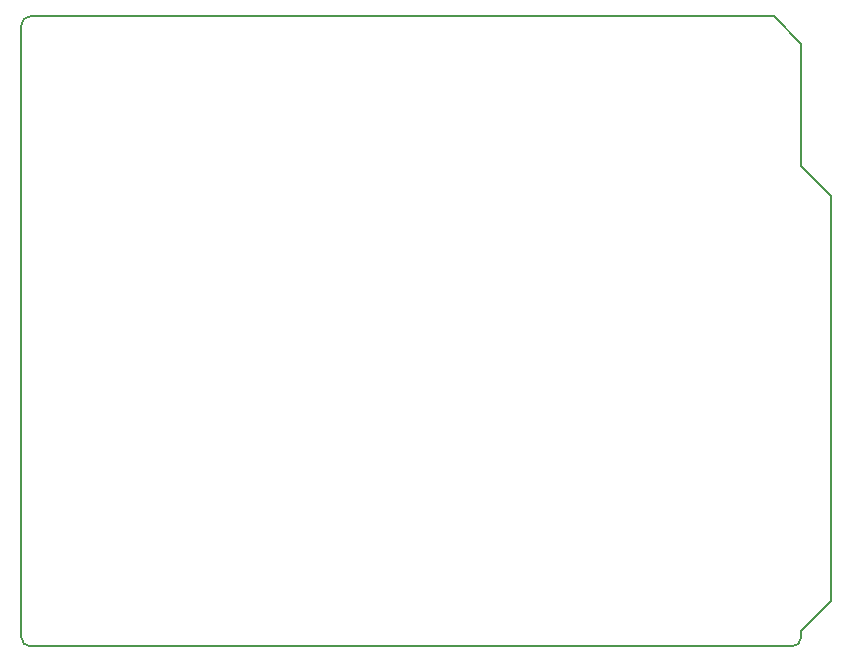
<source format=gbr>
%TF.GenerationSoftware,KiCad,Pcbnew,8.0.8+1*%
%TF.CreationDate,2025-03-25T14:10:32+00:00*%
%TF.ProjectId,dc_shield,64635f73-6869-4656-9c64-2e6b69636164,rev?*%
%TF.SameCoordinates,Original*%
%TF.FileFunction,Profile,NP*%
%FSLAX46Y46*%
G04 Gerber Fmt 4.6, Leading zero omitted, Abs format (unit mm)*
G04 Created by KiCad (PCBNEW 8.0.8+1) date 2025-03-25 14:10:32*
%MOMM*%
%LPD*%
G01*
G04 APERTURE LIST*
%TA.AperFunction,Profile*%
%ADD10C,0.150000*%
%TD*%
G04 APERTURE END LIST*
D10*
X166040000Y-59360000D02*
X168580000Y-61900000D01*
X100000000Y-99238000D02*
X100000000Y-47422000D01*
X168580000Y-61900000D02*
X168580000Y-96190000D01*
X165278000Y-100000000D02*
X100762000Y-100000000D01*
X100762000Y-46660000D02*
X163750000Y-46660000D01*
X100762000Y-100000000D02*
G75*
G02*
X100000000Y-99238000I0J762000D01*
G01*
X168580000Y-96190000D02*
X166040000Y-98730000D01*
X163750000Y-46660000D02*
X166040000Y-49000000D01*
X166040000Y-99238000D02*
G75*
G02*
X165278000Y-100000000I-762000J0D01*
G01*
X166040000Y-49000000D02*
X166040000Y-59360000D01*
X166040000Y-98730000D02*
X166040000Y-99238000D01*
X100000000Y-47422000D02*
G75*
G02*
X100762000Y-46660000I762000J0D01*
G01*
M02*

</source>
